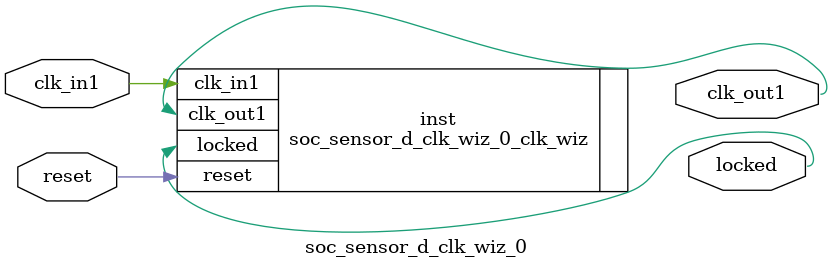
<source format=v>


`timescale 1ps/1ps

(* CORE_GENERATION_INFO = "soc_sensor_d_clk_wiz_0,clk_wiz_v6_0_15_0_0,{component_name=soc_sensor_d_clk_wiz_0,use_phase_alignment=true,use_min_o_jitter=false,use_max_i_jitter=false,use_dyn_phase_shift=false,use_inclk_switchover=false,use_dyn_reconfig=false,enable_axi=0,feedback_source=FDBK_AUTO,PRIMITIVE=MMCM,num_out_clk=1,clkin1_period=10.000,clkin2_period=10.000,use_power_down=false,use_reset=true,use_locked=true,use_inclk_stopped=false,feedback_type=SINGLE,CLOCK_MGR_TYPE=NA,manual_override=false}" *)

module soc_sensor_d_clk_wiz_0 
 (
  // Clock out ports
  output        clk_out1,
  // Status and control signals
  input         reset,
  output        locked,
 // Clock in ports
  input         clk_in1
 );

  soc_sensor_d_clk_wiz_0_clk_wiz inst
  (
  // Clock out ports  
  .clk_out1(clk_out1),
  // Status and control signals               
  .reset(reset), 
  .locked(locked),
 // Clock in ports
  .clk_in1(clk_in1)
  );

endmodule

</source>
